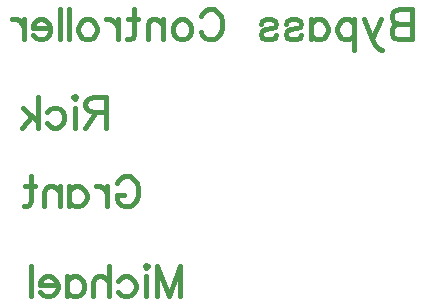
<source format=gbr>
G04 DipTrace 2.4.0.2*
%INBottomSilk.gbr*%
%MOMM*%
%ADD45O,0.391X0.392*%
%FSLAX53Y53*%
G04*
G71*
G90*
G75*
G01*
%LNBotSilk*%
%LPD*%
X49239Y108096D2*
D45*
Y105544D1*
X48144D1*
X47779Y105668D1*
X47659Y105788D1*
X47538Y106030D1*
Y106395D1*
X47659Y106639D1*
X47779Y106760D1*
X48144Y106881D1*
X47779Y107004D1*
X47659Y107125D1*
X47538Y107366D1*
Y107611D1*
X47659Y107852D1*
X47779Y107976D1*
X48144Y108096D1*
X49239D1*
Y106881D2*
X48144D1*
X46630Y107246D2*
X45903Y105544D1*
X46144Y105058D1*
X46389Y104814D1*
X46630Y104693D1*
X46754D1*
X45173Y107246D2*
X45903Y105544D1*
X44389Y107246D2*
Y104693D1*
Y106881D2*
X44144Y107122D1*
X43903Y107246D1*
X43538D1*
X43294Y107122D1*
X43052Y106881D1*
X42929Y106516D1*
Y106271D1*
X43052Y105909D1*
X43294Y105665D1*
X43538Y105544D1*
X43903D1*
X44144Y105665D1*
X44389Y105909D1*
X40687Y107246D2*
Y105544D1*
Y106881D2*
X40929Y107125D1*
X41173Y107246D1*
X41535D1*
X41779Y107125D1*
X42021Y106881D1*
X42144Y106516D1*
Y106274D1*
X42021Y105909D1*
X41779Y105668D1*
X41535Y105544D1*
X41173D1*
X40929Y105668D1*
X40687Y105909D1*
X38566Y106881D2*
X38687Y107125D1*
X39052Y107246D1*
X39417D1*
X39782Y107125D1*
X39903Y106881D1*
X39782Y106639D1*
X39538Y106516D1*
X38931Y106395D1*
X38687Y106274D1*
X38566Y106030D1*
Y105909D1*
X38687Y105668D1*
X39052Y105544D1*
X39417D1*
X39782Y105668D1*
X39903Y105909D1*
X36446Y106881D2*
X36566Y107125D1*
X36931Y107246D1*
X37296D1*
X37661Y107125D1*
X37782Y106881D1*
X37661Y106639D1*
X37417Y106516D1*
X36811Y106395D1*
X36566Y106274D1*
X36446Y106030D1*
Y105909D1*
X36566Y105668D1*
X36931Y105544D1*
X37296D1*
X37661Y105668D1*
X37782Y105909D1*
X31370Y107490D2*
X31491Y107731D1*
X31735Y107976D1*
X31977Y108096D1*
X32462D1*
X32707Y107976D1*
X32948Y107731D1*
X33072Y107490D1*
X33192Y107125D1*
Y106516D1*
X33072Y106153D1*
X32948Y105909D1*
X32707Y105668D1*
X32462Y105544D1*
X31977D1*
X31735Y105668D1*
X31491Y105909D1*
X31370Y106153D1*
X29979Y107246D2*
X30221Y107125D1*
X30465Y106881D1*
X30586Y106516D1*
Y106274D1*
X30465Y105909D1*
X30221Y105668D1*
X29979Y105544D1*
X29614D1*
X29370Y105668D1*
X29129Y105909D1*
X29005Y106274D1*
Y106516D1*
X29129Y106881D1*
X29370Y107125D1*
X29614Y107246D1*
X29979D1*
X28221D2*
Y105544D1*
Y106760D2*
X27856Y107125D1*
X27611Y107246D1*
X27249D1*
X27005Y107125D1*
X26884Y106760D1*
Y105544D1*
X25735Y108096D2*
Y106030D1*
X25614Y105668D1*
X25370Y105544D1*
X25128D1*
X26100Y107246D2*
X25249D1*
X24344D2*
Y105544D1*
Y106516D2*
X24221Y106881D1*
X23979Y107125D1*
X23735Y107246D1*
X23370D1*
X21979D2*
X22221Y107125D1*
X22465Y106881D1*
X22586Y106516D1*
Y106274D1*
X22465Y105909D1*
X22221Y105668D1*
X21979Y105544D1*
X21614D1*
X21370Y105668D1*
X21128Y105909D1*
X21005Y106274D1*
Y106516D1*
X21128Y106881D1*
X21370Y107125D1*
X21614Y107246D1*
X21979D1*
X20221Y108096D2*
Y105544D1*
X19436Y108096D2*
Y105544D1*
X18652Y106516D2*
X17195D1*
Y106760D1*
X17315Y107004D1*
X17436Y107125D1*
X17680Y107246D1*
X18045D1*
X18287Y107125D1*
X18531Y106881D1*
X18652Y106516D1*
Y106274D1*
X18531Y105909D1*
X18287Y105668D1*
X18045Y105544D1*
X17680D1*
X17436Y105668D1*
X17195Y105909D1*
X16410Y107246D2*
Y105544D1*
Y106516D2*
X16287Y106881D1*
X16045Y107125D1*
X15801Y107246D1*
X15436D1*
X23325Y99419D2*
X22233D1*
X21868Y99542D1*
X21744Y99663D1*
X21624Y99904D1*
Y100149D1*
X21744Y100390D1*
X21868Y100514D1*
X22233Y100634D1*
X23325D1*
Y98082D1*
X22474Y99419D2*
X21624Y98082D1*
X20839Y100634D2*
X20719Y100514D1*
X20595Y100634D1*
X20719Y100758D1*
X20839Y100634D1*
X20719Y99784D2*
Y98082D1*
X18351Y99419D2*
X18595Y99663D1*
X18839Y99784D1*
X19201D1*
X19446Y99663D1*
X19687Y99419D1*
X19811Y99054D1*
Y98812D1*
X19687Y98447D1*
X19446Y98206D1*
X19201Y98082D1*
X18839D1*
X18595Y98206D1*
X18351Y98447D1*
X17566Y100634D2*
Y98082D1*
X16351Y99784D2*
X17566Y98568D1*
X17081Y99054D2*
X16230Y98082D1*
X24265Y93360D2*
X24386Y93601D1*
X24630Y93845D1*
X24872Y93966D1*
X25358D1*
X25602Y93845D1*
X25843Y93601D1*
X25967Y93360D1*
X26088Y92995D1*
Y92385D1*
X25967Y92023D1*
X25843Y91779D1*
X25602Y91537D1*
X25358Y91414D1*
X24872D1*
X24630Y91537D1*
X24386Y91779D1*
X24265Y92023D1*
Y92385D1*
X24872D1*
X23481Y93115D2*
Y91414D1*
Y92385D2*
X23358Y92750D1*
X23116Y92995D1*
X22872Y93115D1*
X22507D1*
X20265D2*
Y91414D1*
Y92750D2*
X20507Y92995D1*
X20751Y93115D1*
X21113D1*
X21357Y92995D1*
X21599Y92750D1*
X21722Y92385D1*
Y92144D1*
X21599Y91779D1*
X21357Y91537D1*
X21113Y91414D1*
X20751D1*
X20507Y91537D1*
X20265Y91779D1*
X19481Y93115D2*
Y91414D1*
Y92630D2*
X19116Y92995D1*
X18872Y93115D1*
X18510D1*
X18265Y92995D1*
X18145Y92630D1*
Y91414D1*
X16995Y93966D2*
Y91900D1*
X16874Y91537D1*
X16630Y91414D1*
X16389D1*
X17360Y93115D2*
X16509D1*
X27685Y83793D2*
Y86345D1*
X28656Y83793D1*
X29628Y86345D1*
Y83793D1*
X26900Y86345D2*
X26780Y86225D1*
X26656Y86345D1*
X26780Y86469D1*
X26900Y86345D1*
X26780Y85495D2*
Y83793D1*
X24412Y85130D2*
X24656Y85374D1*
X24900Y85495D1*
X25263D1*
X25507Y85374D1*
X25748Y85130D1*
X25872Y84765D1*
Y84523D1*
X25748Y84158D1*
X25507Y83917D1*
X25263Y83793D1*
X24900D1*
X24656Y83917D1*
X24412Y84158D1*
X23628Y86345D2*
Y83793D1*
Y85009D2*
X23263Y85374D1*
X23018Y85495D1*
X22653D1*
X22412Y85374D1*
X22291Y85009D1*
Y83793D1*
X20050Y85495D2*
Y83793D1*
Y85130D2*
X20291Y85374D1*
X20535Y85495D1*
X20898D1*
X21142Y85374D1*
X21383Y85130D1*
X21507Y84765D1*
Y84523D1*
X21383Y84158D1*
X21142Y83917D1*
X20898Y83793D1*
X20535D1*
X20291Y83917D1*
X20050Y84158D1*
X19265Y84765D2*
X17808D1*
Y85009D1*
X17929Y85253D1*
X18050Y85374D1*
X18294Y85495D1*
X18659D1*
X18900Y85374D1*
X19145Y85130D1*
X19265Y84765D1*
Y84523D1*
X19145Y84158D1*
X18900Y83917D1*
X18659Y83793D1*
X18294D1*
X18050Y83917D1*
X17808Y84158D1*
X17024Y86345D2*
Y83793D1*
M02*

</source>
